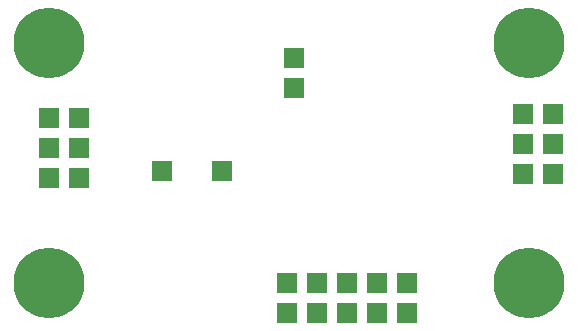
<source format=gbr>
%TF.GenerationSoftware,KiCad,Pcbnew,6.0.11+dfsg-1~bpo11+1*%
%TF.CreationDate,2023-04-12T13:16:58+00:00*%
%TF.ProjectId,PCRD01,50435244-3031-42e6-9b69-6361645f7063,01A*%
%TF.SameCoordinates,Original*%
%TF.FileFunction,Soldermask,Top*%
%TF.FilePolarity,Negative*%
%FSLAX46Y46*%
G04 Gerber Fmt 4.6, Leading zero omitted, Abs format (unit mm)*
G04 Created by KiCad (PCBNEW 6.0.11+dfsg-1~bpo11+1) date 2023-04-12 13:16:58*
%MOMM*%
%LPD*%
G01*
G04 APERTURE LIST*
%ADD10R,1.651000X1.651000*%
%ADD11C,6.000000*%
G04 APERTURE END LIST*
D10*
%TO.C,J1*%
X140458000Y-90709000D03*
X140458000Y-88169000D03*
X140458000Y-85629000D03*
X137918000Y-85629000D03*
X137918000Y-88169000D03*
X137918000Y-90709000D03*
%TD*%
%TO.C,J2*%
X158034800Y-102139000D03*
X160574800Y-102139000D03*
X163114800Y-102139000D03*
X165654800Y-102139000D03*
X168194800Y-102139000D03*
X168194800Y-99599000D03*
X165654800Y-99599000D03*
X163114800Y-99599000D03*
X160574800Y-99599000D03*
X158034800Y-99599000D03*
%TD*%
%TO.C,J5*%
X180564600Y-90353400D03*
X180564600Y-87813400D03*
X180564600Y-85273400D03*
X178024600Y-85273400D03*
X178024600Y-87813400D03*
X178024600Y-90353400D03*
%TD*%
D11*
%TO.C,P4*%
X137918000Y-99599000D03*
%TD*%
D10*
%TO.C,J3*%
X147443000Y-90074000D03*
X152523000Y-90074000D03*
%TD*%
D11*
%TO.C,P3*%
X137918000Y-79279000D03*
%TD*%
%TO.C,P1*%
X178558000Y-99599000D03*
%TD*%
%TO.C,P2*%
X178558000Y-79279000D03*
%TD*%
D10*
%TO.C,J4*%
X158619000Y-83089000D03*
X158619000Y-80549000D03*
%TD*%
M02*

</source>
